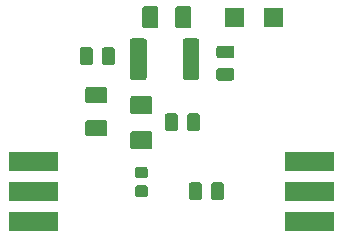
<source format=gts>
G04 #@! TF.GenerationSoftware,KiCad,Pcbnew,5.0.1*
G04 #@! TF.CreationDate,2018-12-27T15:17:57+01:00*
G04 #@! TF.ProjectId,BiasT,42696173542E6B696361645F70636200,rev?*
G04 #@! TF.SameCoordinates,Original*
G04 #@! TF.FileFunction,Soldermask,Top*
G04 #@! TF.FilePolarity,Negative*
%FSLAX46Y46*%
G04 Gerber Fmt 4.6, Leading zero omitted, Abs format (unit mm)*
G04 Created by KiCad (PCBNEW 5.0.1) date Do 27 Dez 2018 15:17:57 CET*
%MOMM*%
%LPD*%
G01*
G04 APERTURE LIST*
%ADD10C,0.100000*%
G04 APERTURE END LIST*
D10*
G36*
X158535000Y-90475000D02*
X154369000Y-90475000D01*
X154369000Y-88849000D01*
X158535000Y-88849000D01*
X158535000Y-90475000D01*
X158535000Y-90475000D01*
G37*
G36*
X135179000Y-90475000D02*
X131013000Y-90475000D01*
X131013000Y-88849000D01*
X135179000Y-88849000D01*
X135179000Y-90475000D01*
X135179000Y-90475000D01*
G37*
G36*
X158535000Y-87935000D02*
X154369000Y-87935000D01*
X154369000Y-86309000D01*
X158535000Y-86309000D01*
X158535000Y-87935000D01*
X158535000Y-87935000D01*
G37*
G36*
X135179000Y-87935000D02*
X131013000Y-87935000D01*
X131013000Y-86309000D01*
X135179000Y-86309000D01*
X135179000Y-87935000D01*
X135179000Y-87935000D01*
G37*
G36*
X149058966Y-86375565D02*
X149097637Y-86387296D01*
X149133279Y-86406348D01*
X149164517Y-86431983D01*
X149190152Y-86463221D01*
X149209204Y-86498863D01*
X149220935Y-86537534D01*
X149225500Y-86583888D01*
X149225500Y-87660112D01*
X149220935Y-87706466D01*
X149209204Y-87745137D01*
X149190152Y-87780779D01*
X149164517Y-87812017D01*
X149133279Y-87837652D01*
X149097637Y-87856704D01*
X149058966Y-87868435D01*
X149012612Y-87873000D01*
X148361388Y-87873000D01*
X148315034Y-87868435D01*
X148276363Y-87856704D01*
X148240721Y-87837652D01*
X148209483Y-87812017D01*
X148183848Y-87780779D01*
X148164796Y-87745137D01*
X148153065Y-87706466D01*
X148148500Y-87660112D01*
X148148500Y-86583888D01*
X148153065Y-86537534D01*
X148164796Y-86498863D01*
X148183848Y-86463221D01*
X148209483Y-86431983D01*
X148240721Y-86406348D01*
X148276363Y-86387296D01*
X148315034Y-86375565D01*
X148361388Y-86371000D01*
X149012612Y-86371000D01*
X149058966Y-86375565D01*
X149058966Y-86375565D01*
G37*
G36*
X147183966Y-86375565D02*
X147222637Y-86387296D01*
X147258279Y-86406348D01*
X147289517Y-86431983D01*
X147315152Y-86463221D01*
X147334204Y-86498863D01*
X147345935Y-86537534D01*
X147350500Y-86583888D01*
X147350500Y-87660112D01*
X147345935Y-87706466D01*
X147334204Y-87745137D01*
X147315152Y-87780779D01*
X147289517Y-87812017D01*
X147258279Y-87837652D01*
X147222637Y-87856704D01*
X147183966Y-87868435D01*
X147137612Y-87873000D01*
X146486388Y-87873000D01*
X146440034Y-87868435D01*
X146401363Y-87856704D01*
X146365721Y-87837652D01*
X146334483Y-87812017D01*
X146308848Y-87780779D01*
X146289796Y-87745137D01*
X146278065Y-87706466D01*
X146273500Y-87660112D01*
X146273500Y-86583888D01*
X146278065Y-86537534D01*
X146289796Y-86498863D01*
X146308848Y-86463221D01*
X146334483Y-86431983D01*
X146365721Y-86406348D01*
X146401363Y-86387296D01*
X146440034Y-86375565D01*
X146486388Y-86371000D01*
X147137612Y-86371000D01*
X147183966Y-86375565D01*
X147183966Y-86375565D01*
G37*
G36*
X142619591Y-86637585D02*
X142653569Y-86647893D01*
X142684887Y-86664633D01*
X142712339Y-86687161D01*
X142734867Y-86714613D01*
X142751607Y-86745931D01*
X142761915Y-86779909D01*
X142766000Y-86821390D01*
X142766000Y-87422610D01*
X142761915Y-87464091D01*
X142751607Y-87498069D01*
X142734867Y-87529387D01*
X142712339Y-87556839D01*
X142684887Y-87579367D01*
X142653569Y-87596107D01*
X142619591Y-87606415D01*
X142578110Y-87610500D01*
X141901890Y-87610500D01*
X141860409Y-87606415D01*
X141826431Y-87596107D01*
X141795113Y-87579367D01*
X141767661Y-87556839D01*
X141745133Y-87529387D01*
X141728393Y-87498069D01*
X141718085Y-87464091D01*
X141714000Y-87422610D01*
X141714000Y-86821390D01*
X141718085Y-86779909D01*
X141728393Y-86745931D01*
X141745133Y-86714613D01*
X141767661Y-86687161D01*
X141795113Y-86664633D01*
X141826431Y-86647893D01*
X141860409Y-86637585D01*
X141901890Y-86633500D01*
X142578110Y-86633500D01*
X142619591Y-86637585D01*
X142619591Y-86637585D01*
G37*
G36*
X142619591Y-85062585D02*
X142653569Y-85072893D01*
X142684887Y-85089633D01*
X142712339Y-85112161D01*
X142734867Y-85139613D01*
X142751607Y-85170931D01*
X142761915Y-85204909D01*
X142766000Y-85246390D01*
X142766000Y-85847610D01*
X142761915Y-85889091D01*
X142751607Y-85923069D01*
X142734867Y-85954387D01*
X142712339Y-85981839D01*
X142684887Y-86004367D01*
X142653569Y-86021107D01*
X142619591Y-86031415D01*
X142578110Y-86035500D01*
X141901890Y-86035500D01*
X141860409Y-86031415D01*
X141826431Y-86021107D01*
X141795113Y-86004367D01*
X141767661Y-85981839D01*
X141745133Y-85954387D01*
X141728393Y-85923069D01*
X141718085Y-85889091D01*
X141714000Y-85847610D01*
X141714000Y-85246390D01*
X141718085Y-85204909D01*
X141728393Y-85170931D01*
X141745133Y-85139613D01*
X141767661Y-85112161D01*
X141795113Y-85089633D01*
X141826431Y-85072893D01*
X141860409Y-85062585D01*
X141901890Y-85058500D01*
X142578110Y-85058500D01*
X142619591Y-85062585D01*
X142619591Y-85062585D01*
G37*
G36*
X158535000Y-85395000D02*
X154369000Y-85395000D01*
X154369000Y-83769000D01*
X158535000Y-83769000D01*
X158535000Y-85395000D01*
X158535000Y-85395000D01*
G37*
G36*
X135179000Y-85395000D02*
X131013000Y-85395000D01*
X131013000Y-83769000D01*
X135179000Y-83769000D01*
X135179000Y-85395000D01*
X135179000Y-85395000D01*
G37*
G36*
X143015562Y-82044681D02*
X143050477Y-82055273D01*
X143082665Y-82072478D01*
X143110873Y-82095627D01*
X143134022Y-82123835D01*
X143151227Y-82156023D01*
X143161819Y-82190938D01*
X143166000Y-82233395D01*
X143166000Y-83374605D01*
X143161819Y-83417062D01*
X143151227Y-83451977D01*
X143134022Y-83484165D01*
X143110873Y-83512373D01*
X143082665Y-83535522D01*
X143050477Y-83552727D01*
X143015562Y-83563319D01*
X142973105Y-83567500D01*
X141506895Y-83567500D01*
X141464438Y-83563319D01*
X141429523Y-83552727D01*
X141397335Y-83535522D01*
X141369127Y-83512373D01*
X141345978Y-83484165D01*
X141328773Y-83451977D01*
X141318181Y-83417062D01*
X141314000Y-83374605D01*
X141314000Y-82233395D01*
X141318181Y-82190938D01*
X141328773Y-82156023D01*
X141345978Y-82123835D01*
X141369127Y-82095627D01*
X141397335Y-82072478D01*
X141429523Y-82055273D01*
X141464438Y-82044681D01*
X141506895Y-82040500D01*
X142973105Y-82040500D01*
X143015562Y-82044681D01*
X143015562Y-82044681D01*
G37*
G36*
X139198604Y-81116347D02*
X139235145Y-81127432D01*
X139268820Y-81145431D01*
X139298341Y-81169659D01*
X139322569Y-81199180D01*
X139340568Y-81232855D01*
X139351653Y-81269396D01*
X139356000Y-81313538D01*
X139356000Y-82262462D01*
X139351653Y-82306604D01*
X139340568Y-82343145D01*
X139322569Y-82376820D01*
X139298341Y-82406341D01*
X139268820Y-82430569D01*
X139235145Y-82448568D01*
X139198604Y-82459653D01*
X139154462Y-82464000D01*
X137705538Y-82464000D01*
X137661396Y-82459653D01*
X137624855Y-82448568D01*
X137591180Y-82430569D01*
X137561659Y-82406341D01*
X137537431Y-82376820D01*
X137519432Y-82343145D01*
X137508347Y-82306604D01*
X137504000Y-82262462D01*
X137504000Y-81313538D01*
X137508347Y-81269396D01*
X137519432Y-81232855D01*
X137537431Y-81199180D01*
X137561659Y-81169659D01*
X137591180Y-81145431D01*
X137624855Y-81127432D01*
X137661396Y-81116347D01*
X137705538Y-81112000D01*
X139154462Y-81112000D01*
X139198604Y-81116347D01*
X139198604Y-81116347D01*
G37*
G36*
X145151966Y-80533565D02*
X145190637Y-80545296D01*
X145226279Y-80564348D01*
X145257517Y-80589983D01*
X145283152Y-80621221D01*
X145302204Y-80656863D01*
X145313935Y-80695534D01*
X145318500Y-80741888D01*
X145318500Y-81818112D01*
X145313935Y-81864466D01*
X145302204Y-81903137D01*
X145283152Y-81938779D01*
X145257517Y-81970017D01*
X145226279Y-81995652D01*
X145190637Y-82014704D01*
X145151966Y-82026435D01*
X145105612Y-82031000D01*
X144454388Y-82031000D01*
X144408034Y-82026435D01*
X144369363Y-82014704D01*
X144333721Y-81995652D01*
X144302483Y-81970017D01*
X144276848Y-81938779D01*
X144257796Y-81903137D01*
X144246065Y-81864466D01*
X144241500Y-81818112D01*
X144241500Y-80741888D01*
X144246065Y-80695534D01*
X144257796Y-80656863D01*
X144276848Y-80621221D01*
X144302483Y-80589983D01*
X144333721Y-80564348D01*
X144369363Y-80545296D01*
X144408034Y-80533565D01*
X144454388Y-80529000D01*
X145105612Y-80529000D01*
X145151966Y-80533565D01*
X145151966Y-80533565D01*
G37*
G36*
X147026966Y-80533565D02*
X147065637Y-80545296D01*
X147101279Y-80564348D01*
X147132517Y-80589983D01*
X147158152Y-80621221D01*
X147177204Y-80656863D01*
X147188935Y-80695534D01*
X147193500Y-80741888D01*
X147193500Y-81818112D01*
X147188935Y-81864466D01*
X147177204Y-81903137D01*
X147158152Y-81938779D01*
X147132517Y-81970017D01*
X147101279Y-81995652D01*
X147065637Y-82014704D01*
X147026966Y-82026435D01*
X146980612Y-82031000D01*
X146329388Y-82031000D01*
X146283034Y-82026435D01*
X146244363Y-82014704D01*
X146208721Y-81995652D01*
X146177483Y-81970017D01*
X146151848Y-81938779D01*
X146132796Y-81903137D01*
X146121065Y-81864466D01*
X146116500Y-81818112D01*
X146116500Y-80741888D01*
X146121065Y-80695534D01*
X146132796Y-80656863D01*
X146151848Y-80621221D01*
X146177483Y-80589983D01*
X146208721Y-80564348D01*
X146244363Y-80545296D01*
X146283034Y-80533565D01*
X146329388Y-80529000D01*
X146980612Y-80529000D01*
X147026966Y-80533565D01*
X147026966Y-80533565D01*
G37*
G36*
X143015562Y-79069681D02*
X143050477Y-79080273D01*
X143082665Y-79097478D01*
X143110873Y-79120627D01*
X143134022Y-79148835D01*
X143151227Y-79181023D01*
X143161819Y-79215938D01*
X143166000Y-79258395D01*
X143166000Y-80399605D01*
X143161819Y-80442062D01*
X143151227Y-80476977D01*
X143134022Y-80509165D01*
X143110873Y-80537373D01*
X143082665Y-80560522D01*
X143050477Y-80577727D01*
X143015562Y-80588319D01*
X142973105Y-80592500D01*
X141506895Y-80592500D01*
X141464438Y-80588319D01*
X141429523Y-80577727D01*
X141397335Y-80560522D01*
X141369127Y-80537373D01*
X141345978Y-80509165D01*
X141328773Y-80476977D01*
X141318181Y-80442062D01*
X141314000Y-80399605D01*
X141314000Y-79258395D01*
X141318181Y-79215938D01*
X141328773Y-79181023D01*
X141345978Y-79148835D01*
X141369127Y-79120627D01*
X141397335Y-79097478D01*
X141429523Y-79080273D01*
X141464438Y-79069681D01*
X141506895Y-79065500D01*
X142973105Y-79065500D01*
X143015562Y-79069681D01*
X143015562Y-79069681D01*
G37*
G36*
X139198604Y-78316347D02*
X139235145Y-78327432D01*
X139268820Y-78345431D01*
X139298341Y-78369659D01*
X139322569Y-78399180D01*
X139340568Y-78432855D01*
X139351653Y-78469396D01*
X139356000Y-78513538D01*
X139356000Y-79462462D01*
X139351653Y-79506604D01*
X139340568Y-79543145D01*
X139322569Y-79576820D01*
X139298341Y-79606341D01*
X139268820Y-79630569D01*
X139235145Y-79648568D01*
X139198604Y-79659653D01*
X139154462Y-79664000D01*
X137705538Y-79664000D01*
X137661396Y-79659653D01*
X137624855Y-79648568D01*
X137591180Y-79630569D01*
X137561659Y-79606341D01*
X137537431Y-79576820D01*
X137519432Y-79543145D01*
X137508347Y-79506604D01*
X137504000Y-79462462D01*
X137504000Y-78513538D01*
X137508347Y-78469396D01*
X137519432Y-78432855D01*
X137537431Y-78399180D01*
X137561659Y-78369659D01*
X137591180Y-78345431D01*
X137624855Y-78327432D01*
X137661396Y-78316347D01*
X137705538Y-78312000D01*
X139154462Y-78312000D01*
X139198604Y-78316347D01*
X139198604Y-78316347D01*
G37*
G36*
X149936466Y-76682065D02*
X149975137Y-76693796D01*
X150010779Y-76712848D01*
X150042017Y-76738483D01*
X150067652Y-76769721D01*
X150086704Y-76805363D01*
X150098435Y-76844034D01*
X150103000Y-76890388D01*
X150103000Y-77541612D01*
X150098435Y-77587966D01*
X150086704Y-77626637D01*
X150067652Y-77662279D01*
X150042017Y-77693517D01*
X150010779Y-77719152D01*
X149975137Y-77738204D01*
X149936466Y-77749935D01*
X149890112Y-77754500D01*
X148813888Y-77754500D01*
X148767534Y-77749935D01*
X148728863Y-77738204D01*
X148693221Y-77719152D01*
X148661983Y-77693517D01*
X148636348Y-77662279D01*
X148617296Y-77626637D01*
X148605565Y-77587966D01*
X148601000Y-77541612D01*
X148601000Y-76890388D01*
X148605565Y-76844034D01*
X148617296Y-76805363D01*
X148636348Y-76769721D01*
X148661983Y-76738483D01*
X148693221Y-76712848D01*
X148728863Y-76693796D01*
X148767534Y-76682065D01*
X148813888Y-76677500D01*
X149890112Y-76677500D01*
X149936466Y-76682065D01*
X149936466Y-76682065D01*
G37*
G36*
X142531782Y-74199295D02*
X142567815Y-74210226D01*
X142601028Y-74227979D01*
X142630134Y-74251866D01*
X142654021Y-74280972D01*
X142671774Y-74314185D01*
X142682705Y-74350218D01*
X142687000Y-74393830D01*
X142687000Y-77498170D01*
X142682705Y-77541782D01*
X142671774Y-77577815D01*
X142654021Y-77611028D01*
X142630134Y-77640134D01*
X142601028Y-77664021D01*
X142567815Y-77681774D01*
X142531782Y-77692705D01*
X142488170Y-77697000D01*
X141483830Y-77697000D01*
X141440218Y-77692705D01*
X141404185Y-77681774D01*
X141370972Y-77664021D01*
X141341866Y-77640134D01*
X141317979Y-77611028D01*
X141300226Y-77577815D01*
X141289295Y-77541782D01*
X141285000Y-77498170D01*
X141285000Y-74393830D01*
X141289295Y-74350218D01*
X141300226Y-74314185D01*
X141317979Y-74280972D01*
X141341866Y-74251866D01*
X141370972Y-74227979D01*
X141404185Y-74210226D01*
X141440218Y-74199295D01*
X141483830Y-74195000D01*
X142488170Y-74195000D01*
X142531782Y-74199295D01*
X142531782Y-74199295D01*
G37*
G36*
X146981782Y-74199295D02*
X147017815Y-74210226D01*
X147051028Y-74227979D01*
X147080134Y-74251866D01*
X147104021Y-74280972D01*
X147121774Y-74314185D01*
X147132705Y-74350218D01*
X147137000Y-74393830D01*
X147137000Y-77498170D01*
X147132705Y-77541782D01*
X147121774Y-77577815D01*
X147104021Y-77611028D01*
X147080134Y-77640134D01*
X147051028Y-77664021D01*
X147017815Y-77681774D01*
X146981782Y-77692705D01*
X146938170Y-77697000D01*
X145933830Y-77697000D01*
X145890218Y-77692705D01*
X145854185Y-77681774D01*
X145820972Y-77664021D01*
X145791866Y-77640134D01*
X145767979Y-77611028D01*
X145750226Y-77577815D01*
X145739295Y-77541782D01*
X145735000Y-77498170D01*
X145735000Y-74393830D01*
X145739295Y-74350218D01*
X145750226Y-74314185D01*
X145767979Y-74280972D01*
X145791866Y-74251866D01*
X145820972Y-74227979D01*
X145854185Y-74210226D01*
X145890218Y-74199295D01*
X145933830Y-74195000D01*
X146938170Y-74195000D01*
X146981782Y-74199295D01*
X146981782Y-74199295D01*
G37*
G36*
X139817966Y-74945565D02*
X139856637Y-74957296D01*
X139892279Y-74976348D01*
X139923517Y-75001983D01*
X139949152Y-75033221D01*
X139968204Y-75068863D01*
X139979935Y-75107534D01*
X139984500Y-75153888D01*
X139984500Y-76230112D01*
X139979935Y-76276466D01*
X139968204Y-76315137D01*
X139949152Y-76350779D01*
X139923517Y-76382017D01*
X139892279Y-76407652D01*
X139856637Y-76426704D01*
X139817966Y-76438435D01*
X139771612Y-76443000D01*
X139120388Y-76443000D01*
X139074034Y-76438435D01*
X139035363Y-76426704D01*
X138999721Y-76407652D01*
X138968483Y-76382017D01*
X138942848Y-76350779D01*
X138923796Y-76315137D01*
X138912065Y-76276466D01*
X138907500Y-76230112D01*
X138907500Y-75153888D01*
X138912065Y-75107534D01*
X138923796Y-75068863D01*
X138942848Y-75033221D01*
X138968483Y-75001983D01*
X138999721Y-74976348D01*
X139035363Y-74957296D01*
X139074034Y-74945565D01*
X139120388Y-74941000D01*
X139771612Y-74941000D01*
X139817966Y-74945565D01*
X139817966Y-74945565D01*
G37*
G36*
X137942966Y-74945565D02*
X137981637Y-74957296D01*
X138017279Y-74976348D01*
X138048517Y-75001983D01*
X138074152Y-75033221D01*
X138093204Y-75068863D01*
X138104935Y-75107534D01*
X138109500Y-75153888D01*
X138109500Y-76230112D01*
X138104935Y-76276466D01*
X138093204Y-76315137D01*
X138074152Y-76350779D01*
X138048517Y-76382017D01*
X138017279Y-76407652D01*
X137981637Y-76426704D01*
X137942966Y-76438435D01*
X137896612Y-76443000D01*
X137245388Y-76443000D01*
X137199034Y-76438435D01*
X137160363Y-76426704D01*
X137124721Y-76407652D01*
X137093483Y-76382017D01*
X137067848Y-76350779D01*
X137048796Y-76315137D01*
X137037065Y-76276466D01*
X137032500Y-76230112D01*
X137032500Y-75153888D01*
X137037065Y-75107534D01*
X137048796Y-75068863D01*
X137067848Y-75033221D01*
X137093483Y-75001983D01*
X137124721Y-74976348D01*
X137160363Y-74957296D01*
X137199034Y-74945565D01*
X137245388Y-74941000D01*
X137896612Y-74941000D01*
X137942966Y-74945565D01*
X137942966Y-74945565D01*
G37*
G36*
X149936466Y-74807065D02*
X149975137Y-74818796D01*
X150010779Y-74837848D01*
X150042017Y-74863483D01*
X150067652Y-74894721D01*
X150086704Y-74930363D01*
X150098435Y-74969034D01*
X150103000Y-75015388D01*
X150103000Y-75666612D01*
X150098435Y-75712966D01*
X150086704Y-75751637D01*
X150067652Y-75787279D01*
X150042017Y-75818517D01*
X150010779Y-75844152D01*
X149975137Y-75863204D01*
X149936466Y-75874935D01*
X149890112Y-75879500D01*
X148813888Y-75879500D01*
X148767534Y-75874935D01*
X148728863Y-75863204D01*
X148693221Y-75844152D01*
X148661983Y-75818517D01*
X148636348Y-75787279D01*
X148617296Y-75751637D01*
X148605565Y-75712966D01*
X148601000Y-75666612D01*
X148601000Y-75015388D01*
X148605565Y-74969034D01*
X148617296Y-74930363D01*
X148636348Y-74894721D01*
X148661983Y-74863483D01*
X148693221Y-74837848D01*
X148728863Y-74818796D01*
X148767534Y-74807065D01*
X148813888Y-74802500D01*
X149890112Y-74802500D01*
X149936466Y-74807065D01*
X149936466Y-74807065D01*
G37*
G36*
X146314604Y-71468347D02*
X146351145Y-71479432D01*
X146384820Y-71497431D01*
X146414341Y-71521659D01*
X146438569Y-71551180D01*
X146456568Y-71584855D01*
X146467653Y-71621396D01*
X146472000Y-71665538D01*
X146472000Y-73114462D01*
X146467653Y-73158604D01*
X146456568Y-73195145D01*
X146438569Y-73228820D01*
X146414341Y-73258341D01*
X146384820Y-73282569D01*
X146351145Y-73300568D01*
X146314604Y-73311653D01*
X146270462Y-73316000D01*
X145321538Y-73316000D01*
X145277396Y-73311653D01*
X145240855Y-73300568D01*
X145207180Y-73282569D01*
X145177659Y-73258341D01*
X145153431Y-73228820D01*
X145135432Y-73195145D01*
X145124347Y-73158604D01*
X145120000Y-73114462D01*
X145120000Y-71665538D01*
X145124347Y-71621396D01*
X145135432Y-71584855D01*
X145153431Y-71551180D01*
X145177659Y-71521659D01*
X145207180Y-71497431D01*
X145240855Y-71479432D01*
X145277396Y-71468347D01*
X145321538Y-71464000D01*
X146270462Y-71464000D01*
X146314604Y-71468347D01*
X146314604Y-71468347D01*
G37*
G36*
X143514604Y-71468347D02*
X143551145Y-71479432D01*
X143584820Y-71497431D01*
X143614341Y-71521659D01*
X143638569Y-71551180D01*
X143656568Y-71584855D01*
X143667653Y-71621396D01*
X143672000Y-71665538D01*
X143672000Y-73114462D01*
X143667653Y-73158604D01*
X143656568Y-73195145D01*
X143638569Y-73228820D01*
X143614341Y-73258341D01*
X143584820Y-73282569D01*
X143551145Y-73300568D01*
X143514604Y-73311653D01*
X143470462Y-73316000D01*
X142521538Y-73316000D01*
X142477396Y-73311653D01*
X142440855Y-73300568D01*
X142407180Y-73282569D01*
X142377659Y-73258341D01*
X142353431Y-73228820D01*
X142335432Y-73195145D01*
X142324347Y-73158604D01*
X142320000Y-73114462D01*
X142320000Y-71665538D01*
X142324347Y-71621396D01*
X142335432Y-71584855D01*
X142353431Y-71551180D01*
X142377659Y-71521659D01*
X142407180Y-71497431D01*
X142440855Y-71479432D01*
X142477396Y-71468347D01*
X142521538Y-71464000D01*
X143470462Y-71464000D01*
X143514604Y-71468347D01*
X143514604Y-71468347D01*
G37*
G36*
X154217000Y-73191000D02*
X152615000Y-73191000D01*
X152615000Y-71589000D01*
X154217000Y-71589000D01*
X154217000Y-73191000D01*
X154217000Y-73191000D01*
G37*
G36*
X150915000Y-73191000D02*
X149313000Y-73191000D01*
X149313000Y-71589000D01*
X150915000Y-71589000D01*
X150915000Y-73191000D01*
X150915000Y-73191000D01*
G37*
M02*

</source>
